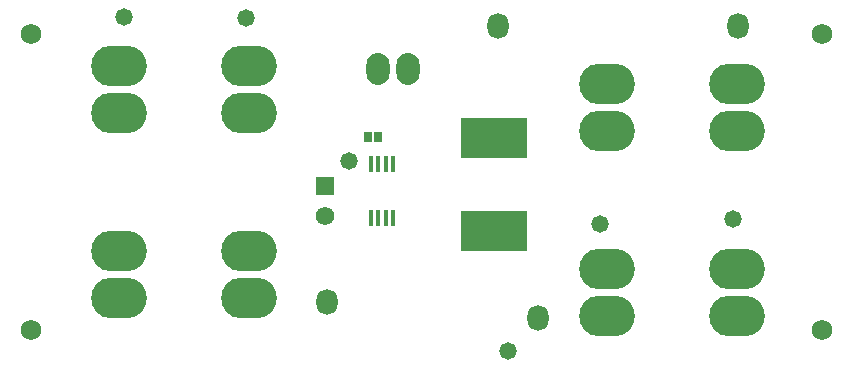
<source format=gbr>
G04*
G04 #@! TF.GenerationSoftware,Altium Limited,Altium Designer,23.0.1 (38)*
G04*
G04 Layer_Color=8388736*
%FSLAX25Y25*%
%MOIN*%
G70*
G04*
G04 #@! TF.SameCoordinates,E18D91D4-50B4-47E9-96DD-EFB38571A0BB*
G04*
G04*
G04 #@! TF.FilePolarity,Negative*
G04*
G01*
G75*
%ADD15R,0.01700X0.05500*%
%ADD17R,0.21900X0.13800*%
%ADD18R,0.03162X0.03320*%
%ADD19O,0.18517X0.13595*%
%ADD20C,0.06800*%
%ADD21O,0.07690X0.10642*%
%ADD22O,0.07099X0.08674*%
%ADD23C,0.06181*%
%ADD24R,0.06181X0.06181*%
%ADD25C,0.05800*%
D15*
X130300Y49100D02*
D03*
X127700D02*
D03*
X125200D02*
D03*
Y66900D02*
D03*
X127700D02*
D03*
X130300D02*
D03*
X132800D02*
D03*
Y49100D02*
D03*
D17*
X166269Y44508D02*
D03*
Y75708D02*
D03*
D18*
X124268Y76000D02*
D03*
X127732D02*
D03*
D19*
X41346Y84031D02*
D03*
X84654Y22220D02*
D03*
Y99779D02*
D03*
Y37969D02*
D03*
X41346Y99779D02*
D03*
X84654Y84031D02*
D03*
X41346Y22220D02*
D03*
Y37969D02*
D03*
X247153Y78031D02*
D03*
Y93779D02*
D03*
X203847Y31969D02*
D03*
X247153Y16220D02*
D03*
X203847Y78031D02*
D03*
Y16220D02*
D03*
Y93779D02*
D03*
X247153Y31969D02*
D03*
D20*
X275716Y11811D02*
D03*
Y110236D02*
D03*
X11811D02*
D03*
Y11811D02*
D03*
D21*
X127500Y98500D02*
D03*
X137500D02*
D03*
D22*
X181000Y15500D02*
D03*
X247500Y113000D02*
D03*
X167500D02*
D03*
X110500Y21000D02*
D03*
D23*
X110000Y49500D02*
D03*
D24*
Y59500D02*
D03*
D25*
X246000Y48500D02*
D03*
X201500Y47000D02*
D03*
X171000Y4500D02*
D03*
X83500Y115500D02*
D03*
X43000Y116000D02*
D03*
X118000Y68000D02*
D03*
M02*

</source>
